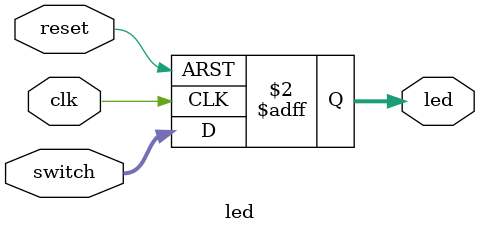
<source format=v>
`timescale 1ns / 1ps


module led(
    input clk,
    input reset,
    input [7:0] switch,
    output reg [7:0] led
    );

     always@(posedge clk or posedge reset)begin
           if(reset)begin
               led <= 0;
           end
           else begin
               led <= switch;
           end
      end
      
    
endmodule

</source>
